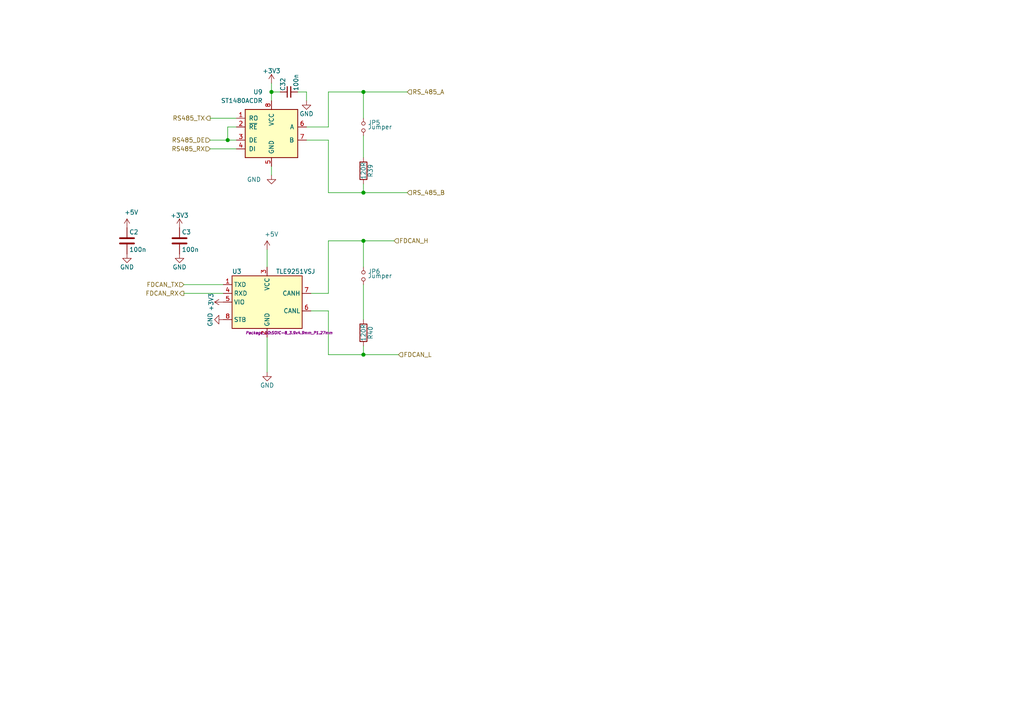
<source format=kicad_sch>
(kicad_sch (version 20210621) (generator eeschema)
  (paper "A4")
  (title_block (title "Uni printer") (date "2020-04-30") (rev "2.0") (company "Kartech") (comment 1 "jaroslaw.karwik@gmail.com"))
  (lib_symbols
    (symbol "Uni_Printer-rescue:C_Small-Sensor_tank_v1-rescue-Uni_General_v1-rescue-Uni_Printer_v1-rescue" (pin_numbers hide) (pin_names (offset 0.254) hide)
      (property "Reference" "C" (at 0.254 1.778 0))
      (property "Value" "C_Small-Sensor_tank_v1-rescue-Uni_General_v1-rescue-Uni_Printer_v1-rescue" (at 0.254 -2.032 0))
      (symbol "C_Small-Sensor_tank_v1-rescue-Uni_General_v1-rescue-Uni_Printer_v1-rescue_0_1"
        (polyline (pts (xy -1.524 -0.508) (xy 1.524 -0.508)) (stroke (width 0.3302)))
        (polyline (pts (xy -1.524 0.508) (xy 1.524 0.508)) (stroke (width 0.3048)))
      )
      (symbol "C_Small-Sensor_tank_v1-rescue-Uni_General_v1-rescue-Uni_Printer_v1-rescue_1_1"
        (pin passive line (at 0 2.54 270) (length 2.032) (name "~") (number "1"))
        (pin passive line (at 0 -2.54 90) (length 2.032) (name "~") (number "2"))
      )
    )
    (symbol "Uni_Printer-rescue:GND-Sensor_tank_v1-rescue-Uni_General_v1-rescue-Uni_Printer_v1-rescue" (power) (pin_names (offset 0))
      (property "Value" "GND-Sensor_tank_v1-rescue-Uni_General_v1-rescue-Uni_Printer_v1-rescue" (at 0 -3.81 0))
      (symbol "GND-Sensor_tank_v1-rescue-Uni_General_v1-rescue-Uni_Printer_v1-rescue_0_1"
        (polyline (pts (xy 0 0) (xy 0 -1.27) (xy 1.27 -1.27) (xy 0 -2.54) (xy -1.27 -1.27) (xy 0 -1.27)))
      )
      (symbol "GND-Sensor_tank_v1-rescue-Uni_General_v1-rescue-Uni_Printer_v1-rescue_1_1"
        (pin power_in line (at 0 0 270) (length 0) hide (name "GND") (number "1"))
      )
    )
    (symbol "Uni_Printer-rescue:Jumper_NO_Small-Device" (pin_numbers hide) (pin_names (offset 0.762) hide)
      (property "Reference" "JP" (at 0 2.032 0))
      (property "Value" "Jumper_NO_Small-Device" (at 0.254 -1.524 0))
      (symbol "Jumper_NO_Small-Device_0_1"
        (circle (center -1.016 0) (radius 0.508))
        (circle (center 1.016 0) (radius 0.508))
        (pin passive line (at -2.54 0 0) (length 1.016) (name "1") (number "1"))
        (pin passive line (at 2.54 0 180) (length 1.016) (name "2") (number "2"))
      )
    )
    (symbol "Uni_Printer-rescue:R-Sensor_tank_v1-rescue-Uni_General_v1-rescue-Uni_Printer_v1-rescue" (pin_numbers hide) (pin_names (offset 0))
      (property "Reference" "R" (at 2.032 0 90))
      (property "Value" "R-Sensor_tank_v1-rescue-Uni_General_v1-rescue-Uni_Printer_v1-rescue" (at 0 0 90))
      (symbol "R-Sensor_tank_v1-rescue-Uni_General_v1-rescue-Uni_Printer_v1-rescue_0_1"
        (rectangle (start -1.016 -2.54) (end 1.016 2.54) (stroke (width 0.254)))
      )
      (symbol "R-Sensor_tank_v1-rescue-Uni_General_v1-rescue-Uni_Printer_v1-rescue_1_1"
        (pin passive line (at 0 3.81 270) (length 1.27) (name "~") (number "1"))
        (pin passive line (at 0 -3.81 90) (length 1.27) (name "~") (number "2"))
      )
    )
    (symbol "Uni_Printer-rescue:ST1480ACDR-Sensor_tank_v1-rescue-Uni_General_v1-rescue-Uni_Printer_v1-rescue" (pin_names (offset 1.016))
      (property "Reference" "U" (at -2.54 10.16 0))
      (property "Value" "ST1480ACDR-Sensor_tank_v1-rescue-Uni_General_v1-rescue-Uni_Printer_v1-rescue" (at -2.54 7.62 0))
      (symbol "ST1480ACDR-Sensor_tank_v1-rescue-Uni_General_v1-rescue-Uni_Printer_v1-rescue_0_1"
        (rectangle (start -7.62 5.08) (end 7.62 -8.89) (stroke (width 0.254)) (fill (type background)))
      )
      (symbol "ST1480ACDR-Sensor_tank_v1-rescue-Uni_General_v1-rescue-Uni_Printer_v1-rescue_1_1"
        (pin output line (at -10.16 2.54 0) (length 2.54) (name "RO") (number "1"))
        (pin input line (at -10.16 0 0) (length 2.54) (name "~{RE}") (number "2"))
        (pin input line (at -10.16 -3.81 0) (length 2.54) (name "DE") (number "3"))
        (pin input line (at -10.16 -6.35 0) (length 2.54) (name "DI") (number "4"))
        (pin power_in line (at 0 -11.43 90) (length 2.54) (name "GND") (number "5"))
        (pin bidirectional line (at 10.16 0 180) (length 2.54) (name "A") (number "6"))
        (pin bidirectional line (at 10.16 -3.81 180) (length 2.54) (name "B") (number "7"))
        (pin power_in line (at 0 7.62 270) (length 2.54) (name "VCC") (number "8"))
      )
    )
    (symbol "mfc_base_lib:C" (pin_numbers hide) (pin_names (offset 0.254))
      (property "Reference" "C" (at 0.635 2.54 0))
      (property "Value" "C" (at 0.635 -2.54 0))
      (symbol "C_0_1"
        (polyline (pts (xy -2.032 -0.762) (xy 2.032 -0.762)) (stroke (width 0.508)))
        (polyline (pts (xy -2.032 0.762) (xy 2.032 0.762)) (stroke (width 0.508)))
      )
      (symbol "C_1_1"
        (pin passive line (at 0 3.81 270) (length 2.794) (name "~") (number "1"))
        (pin passive line (at 0 -3.81 90) (length 2.794) (name "~") (number "2"))
      )
    )
    (symbol "mfc_base_lib:GND" (power) (pin_names (offset 0))
      (property "Value" "GND" (at 0 -3.81 0))
      (symbol "GND_0_1"
        (polyline (pts (xy 0 0) (xy 0 -1.27) (xy 1.27 -1.27) (xy 0 -2.54) (xy -1.27 -1.27) (xy 0 -1.27)))
      )
      (symbol "GND_1_1"
        (pin power_in line (at 0 0 270) (length 0) hide (name "GND") (number "1"))
      )
    )
    (symbol "mfc_base_lib:TLE9251VSJ"
      (property "Reference" "U" (at -10.16 8.89 0))
      (property "Value" "TLE9251VSJ" (at 2.54 8.89 0))
      (symbol "TLE9251VSJ_0_1"
        (rectangle (start -10.16 7.62) (end 10.16 -7.62) (stroke (width 0.254)) (fill (type background)))
      )
      (symbol "TLE9251VSJ_1_1"
        (pin input line (at -12.7 5.08 0) (length 2.54) (name "TXD") (number "1"))
        (pin power_in line (at 0 -10.16 90) (length 2.54) (name "GND") (number "2"))
        (pin power_in line (at 0 10.16 270) (length 2.54) (name "VCC") (number "3"))
        (pin output line (at -12.7 2.54 0) (length 2.54) (name "RXD") (number "4"))
        (pin power_in line (at -12.7 0 0) (length 2.54) (name "VIO") (number "5"))
        (pin bidirectional line (at 12.7 -2.54 180) (length 2.54) (name "CANL") (number "6"))
        (pin bidirectional line (at 12.7 2.54 180) (length 2.54) (name "CANH") (number "7"))
        (pin input line (at -12.7 -5.08 0) (length 2.54) (name "STB") (number "8"))
      )
    )
    (symbol "power:+3V3" (power) (pin_names (offset 0))
      (property "Value" "+3V3" (at 0 3.556 0))
      (symbol "+3V3_0_1"
        (polyline (pts (xy -0.762 1.27) (xy 0 2.54)))
        (polyline (pts (xy 0 0) (xy 0 2.54)))
        (polyline (pts (xy 0 2.54) (xy 0.762 1.27)))
      )
      (symbol "+3V3_1_1"
        (pin power_in line (at 0 0 90) (length 0) hide (name "+3V3") (number "1"))
      )
    )
    (symbol "power:+5V" (power) (pin_names (offset 0))
      (property "Value" "+5V" (at 0 3.556 0))
      (symbol "+5V_0_1"
        (polyline (pts (xy -0.762 1.27) (xy 0 2.54)))
        (polyline (pts (xy 0 0) (xy 0 2.54)))
        (polyline (pts (xy 0 2.54) (xy 0.762 1.27)))
      )
      (symbol "+5V_1_1"
        (pin power_in line (at 0 0 90) (length 0) hide (name "+5V") (number "1"))
      )
    )
  )
  (junction (at 105.41 102.87) (diameter 1.016))
  (junction (at 66.04 40.64) (diameter 1.016))
  (junction (at 105.41 26.67) (diameter 1.016))
  (junction (at 78.74 26.67) (diameter 1.016))
  (junction (at 105.41 69.85) (diameter 1.016))
  (junction (at 105.41 55.88) (diameter 1.016))
  (wire (pts (xy 95.25 40.64) (xy 95.25 55.88)))
  (wire (pts (xy 64.77 85.09) (xy 53.34 85.09)))
  (wire (pts (xy 78.74 48.26) (xy 78.74 50.8)))
  (wire (pts (xy 105.41 69.85) (xy 114.3 69.85)))
  (wire (pts (xy 77.47 77.47) (xy 77.47 72.39)))
  (wire (pts (xy 105.41 39.37) (xy 105.41 45.72)))
  (wire (pts (xy 95.25 36.83) (xy 95.25 26.67)))
  (wire (pts (xy 77.47 97.79) (xy 77.47 107.95)))
  (wire (pts (xy 60.96 34.29) (xy 68.58 34.29)))
  (wire (pts (xy 78.74 24.13) (xy 78.74 26.67)))
  (wire (pts (xy 95.25 90.17) (xy 95.25 102.87)))
  (wire (pts (xy 105.41 55.88) (xy 105.41 53.34)))
  (wire (pts (xy 64.77 82.55) (xy 53.34 82.55)))
  (wire (pts (xy 66.04 36.83) (xy 66.04 40.64)))
  (wire (pts (xy 95.25 85.09) (xy 95.25 69.85)))
  (wire (pts (xy 105.41 102.87) (xy 115.57 102.87)))
  (wire (pts (xy 90.17 85.09) (xy 95.25 85.09)))
  (wire (pts (xy 105.41 82.55) (xy 105.41 92.71)))
  (wire (pts (xy 95.25 26.67) (xy 105.41 26.67)))
  (wire (pts (xy 88.9 26.67) (xy 88.9 29.21)))
  (wire (pts (xy 86.36 26.67) (xy 88.9 26.67)))
  (wire (pts (xy 78.74 26.67) (xy 81.28 26.67)))
  (wire (pts (xy 90.17 90.17) (xy 95.25 90.17)))
  (wire (pts (xy 95.25 55.88) (xy 105.41 55.88)))
  (wire (pts (xy 68.58 36.83) (xy 66.04 36.83)))
  (wire (pts (xy 105.41 69.85) (xy 105.41 77.47)))
  (wire (pts (xy 66.04 40.64) (xy 68.58 40.64)))
  (wire (pts (xy 105.41 55.88) (xy 118.11 55.88)))
  (wire (pts (xy 88.9 36.83) (xy 95.25 36.83)))
  (wire (pts (xy 78.74 26.67) (xy 78.74 29.21)))
  (wire (pts (xy 95.25 40.64) (xy 88.9 40.64)))
  (wire (pts (xy 60.96 40.64) (xy 66.04 40.64)))
  (wire (pts (xy 95.25 102.87) (xy 105.41 102.87)))
  (wire (pts (xy 95.25 69.85) (xy 105.41 69.85)))
  (wire (pts (xy 105.41 26.67) (xy 105.41 34.29)))
  (wire (pts (xy 105.41 100.33) (xy 105.41 102.87)))
  (wire (pts (xy 105.41 26.67) (xy 118.11 26.67)))
  (wire (pts (xy 68.58 43.18) (xy 60.96 43.18)))
  (hierarchical_label "RS_485_A" (shape input) (at 118.11 26.67 0))
  (hierarchical_label "FDCAN_TX" (shape input) (at 53.34 82.55 180))
  (hierarchical_label "FDCAN_L" (shape input) (at 115.57 102.87 0))
  (hierarchical_label "FDCAN_H" (shape input) (at 114.3 69.85 0))
  (hierarchical_label "RS_485_B" (shape input) (at 118.11 55.88 0))
  (hierarchical_label "RS485_RX" (shape input) (at 60.96 43.18 180))
  (hierarchical_label "RS485_DE" (shape input) (at 60.96 40.64 180))
  (hierarchical_label "RS485_TX" (shape output) (at 60.96 34.29 180))
  (hierarchical_label "FDCAN_RX" (shape output) (at 53.34 85.09 180))
  (symbol (lib_id "Uni_Printer-rescue:ST1480ACDR-Sensor_tank_v1-rescue-Uni_General_v1-rescue-Uni_Printer_v1-rescue") (at 78.74 36.83 0) (unit 1)
    (property "Reference" "U9" (at 76.2 26.67 0) (effects (justify right)))
    (property "Value" "ST1480ACDR" (at 76.2 29.21 0) (effects (justify right)))
    (property "Footprint" "moje:SOIC-8_3.9x4.9mm_P1.27mm" (effects hide))
    (property "TME" "SP3077EEN-L " (effects hide))
    (property "Category" "Driver" (effects hide))
  )
  (symbol (lib_id "Uni_Printer-rescue:C_Small-Sensor_tank_v1-rescue-Uni_General_v1-rescue-Uni_Printer_v1-rescue") (at 83.82 26.67 90) (unit 1)
    (property "Reference" "C32" (at 82.042 26.416 0) (effects (justify left)))
    (property "Value" "100n" (at 85.852 26.416 0) (effects (justify left)))
    (property "Footprint" "Capacitor_SMD:C_0603_1608Metric" (effects hide))
  )
  (symbol (lib_id "Uni_Printer-rescue:GND-Sensor_tank_v1-rescue-Uni_General_v1-rescue-Uni_Printer_v1-rescue") (at 78.74 50.8 0) (unit 1)
    (property "Reference" "#PWR0119" (effects hide))
    (property "Value" "GND" (at 73.66 52.07 0))
  )
  (symbol (lib_id "power:+3V3") (at 78.74 24.13 0) (unit 1)
    (property "Reference" "#PWR0118" (effects hide))
    (property "Value" "+3.3V" (at 78.74 20.574 0))
  )
  (symbol (lib_id "Uni_Printer-rescue:GND-Sensor_tank_v1-rescue-Uni_General_v1-rescue-Uni_Printer_v1-rescue") (at 88.9 29.21 0) (unit 1)
    (property "Reference" "#PWR0120" (effects hide))
    (property "Value" "GND" (at 88.9 33.02 0))
  )
  (symbol (lib_id "Uni_Printer-rescue:R-Sensor_tank_v1-rescue-Uni_General_v1-rescue-Uni_Printer_v1-rescue") (at 105.41 49.53 0) (unit 1)
    (property "Reference" "R39" (at 107.442 49.53 90))
    (property "Value" "120R" (at 105.41 49.53 90))
    (property "Footprint" "Resistor_SMD:R_0603_1608Metric" (effects hide))
  )
  (symbol (lib_id "Uni_Printer-rescue:Jumper_NO_Small-Device") (at 105.41 36.83 90) (unit 1)
    (property "Reference" "JP5" (at 106.68 35.56 90) (effects (justify right)))
    (property "Value" "Jumper" (at 106.68 36.83 90) (effects (justify right)))
    (property "Footprint" "Jumper:SolderJumper-2_P1.3mm_Open_RoundedPad1.0x1.5mm" (effects hide))
  )
  (symbol (lib_id "Uni_Printer-rescue:Jumper_NO_Small-Device") (at 105.41 80.01 90) (unit 1)
    (property "Reference" "JP6" (at 106.68 78.74 90) (effects (justify right)))
    (property "Value" "Jumper" (at 106.68 80.01 90) (effects (justify right)))
    (property "Footprint" "Jumper:SolderJumper-2_P1.3mm_Open_RoundedPad1.0x1.5mm" (effects hide))
  )
  (symbol (lib_id "Uni_Printer-rescue:R-Sensor_tank_v1-rescue-Uni_General_v1-rescue-Uni_Printer_v1-rescue") (at 105.41 96.52 0) (unit 1)
    (property "Reference" "R40" (at 107.442 96.52 90))
    (property "Value" "120R" (at 105.41 96.52 90))
    (property "Footprint" "Resistor_SMD:R_0603_1608Metric" (effects hide))
  )
  (symbol (lib_id "power:+5V") (at 36.83 66.04 0) (unit 1)
    (property "Reference" "#PWR0139" (effects hide))
    (property "Value" "+5V" (at 38.1 61.595 0))
  )
  (symbol (lib_id "power:+5V") (at 77.47 72.39 0) (unit 1)
    (property "Reference" "#PWR0122" (effects hide))
    (property "Value" "+5V" (at 78.74 67.945 0))
  )
  (symbol (lib_id "mfc_base_lib:GND") (at 77.47 107.95 0) (unit 1)
    (property "Reference" "#PWR0148" (effects hide))
    (property "Value" "GND" (at 77.47 111.76 0))
  )
  (symbol (lib_id "mfc_base_lib:C") (at 36.83 69.85 0) (unit 1)
    (property "Reference" "C2" (at 37.465 67.31 0) (effects (justify left)))
    (property "Value" "100n" (at 37.465 72.39 0) (effects (justify left)))
    (property "Footprint" "Capacitor_SMD:C_0603_1608Metric" (effects hide))
  )
  (symbol (lib_id "mfc_base_lib:TLE9251VSJ") (at 77.47 87.63 0) (unit 1)
    (property "Reference" "U3" (at 67.31 78.74 0) (effects (justify left)))
    (property "Value" "TLE9251VSJ" (at 80.01 78.74 0) (effects (justify left)))
    (property "Footprint" "Package_SO:SOIC-8_3.9x4.9mm_P1.27mm" (at 83.82 96.52 0) (effects (font (size 0.7874 0.7874) italic)))
    (property "Category" "Driver" (effects hide))
    (property "Digi" "TLE9251VSJXUMA1TR-ND " (effects hide))
    (property "MFG num" "TLE9251VSJ" (effects hide))
  )
  (symbol (lib_id "mfc_base_lib:GND") (at 52.07 73.66 0) (unit 1)
    (property "Reference" "#PWR0138" (effects hide))
    (property "Value" "GND" (at 52.07 77.47 0))
  )
  (symbol (lib_id "mfc_base_lib:GND") (at 36.83 73.66 0) (unit 1)
    (property "Reference" "#PWR0153" (effects hide))
    (property "Value" "GND" (at 36.83 77.47 0))
  )
  (symbol (lib_id "mfc_base_lib:GND") (at 64.77 92.71 270) (unit 1)
    (property "Reference" "#PWR0141" (effects hide))
    (property "Value" "GND" (at 60.96 92.71 0))
  )
  (symbol (lib_id "power:+3V3") (at 52.07 66.04 0) (unit 1)
    (property "Reference" "#PWR0140" (effects hide))
    (property "Value" "+3V3" (at 52.07 62.484 0))
  )
  (symbol (lib_id "mfc_base_lib:C") (at 52.07 69.85 0) (unit 1)
    (property "Reference" "C3" (at 52.705 67.31 0) (effects (justify left)))
    (property "Value" "100n" (at 52.705 72.39 0) (effects (justify left)))
    (property "Footprint" "Capacitor_SMD:C_0603_1608Metric" (effects hide))
  )
  (symbol (lib_id "power:+3V3") (at 64.77 87.63 90) (unit 1)
    (property "Reference" "#PWR0147" (effects hide))
    (property "Value" "+3V3" (at 61.214 87.63 0))
  )
)
</source>
